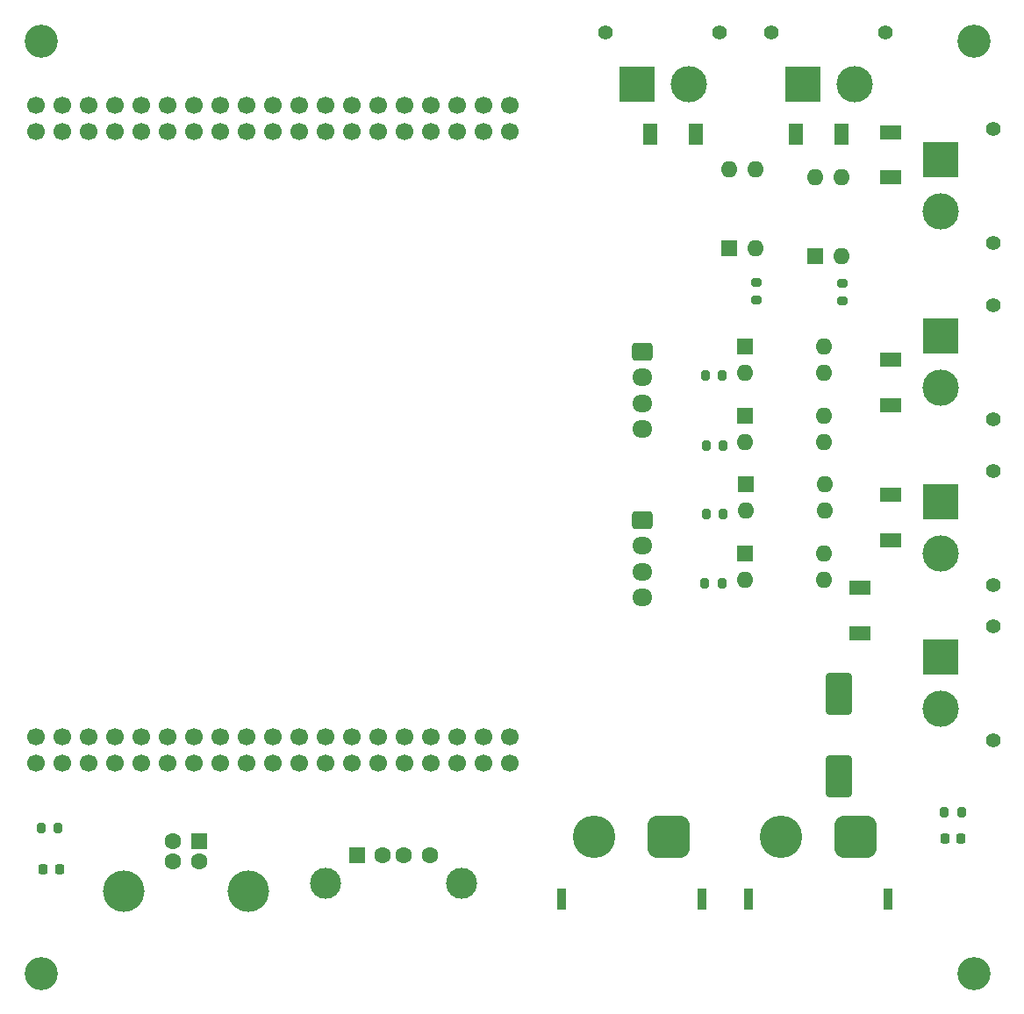
<source format=gbr>
%TF.GenerationSoftware,KiCad,Pcbnew,7.0.2*%
%TF.CreationDate,2024-05-02T17:55:26+09:00*%
%TF.ProjectId,DD_v6,44445f76-362e-46b6-9963-61645f706362,rev?*%
%TF.SameCoordinates,Original*%
%TF.FileFunction,Soldermask,Top*%
%TF.FilePolarity,Negative*%
%FSLAX46Y46*%
G04 Gerber Fmt 4.6, Leading zero omitted, Abs format (unit mm)*
G04 Created by KiCad (PCBNEW 7.0.2) date 2024-05-02 17:55:26*
%MOMM*%
%LPD*%
G01*
G04 APERTURE LIST*
G04 Aperture macros list*
%AMRoundRect*
0 Rectangle with rounded corners*
0 $1 Rounding radius*
0 $2 $3 $4 $5 $6 $7 $8 $9 X,Y pos of 4 corners*
0 Add a 4 corners polygon primitive as box body*
4,1,4,$2,$3,$4,$5,$6,$7,$8,$9,$2,$3,0*
0 Add four circle primitives for the rounded corners*
1,1,$1+$1,$2,$3*
1,1,$1+$1,$4,$5*
1,1,$1+$1,$6,$7*
1,1,$1+$1,$8,$9*
0 Add four rect primitives between the rounded corners*
20,1,$1+$1,$2,$3,$4,$5,0*
20,1,$1+$1,$4,$5,$6,$7,0*
20,1,$1+$1,$6,$7,$8,$9,0*
20,1,$1+$1,$8,$9,$2,$3,0*%
G04 Aperture macros list end*
%ADD10C,3.200000*%
%ADD11R,1.400000X2.000000*%
%ADD12RoundRect,0.200000X-0.275000X0.200000X-0.275000X-0.200000X0.275000X-0.200000X0.275000X0.200000X0*%
%ADD13C,1.400000*%
%ADD14R,3.500000X3.500000*%
%ADD15C,3.500000*%
%ADD16RoundRect,0.200000X0.200000X0.275000X-0.200000X0.275000X-0.200000X-0.275000X0.200000X-0.275000X0*%
%ADD17R,2.000000X1.400000*%
%ADD18R,1.600000X1.600000*%
%ADD19O,1.600000X1.600000*%
%ADD20RoundRect,0.250000X-1.000000X1.750000X-1.000000X-1.750000X1.000000X-1.750000X1.000000X1.750000X0*%
%ADD21C,1.600000*%
%ADD22C,4.000000*%
%ADD23RoundRect,0.218750X-0.218750X-0.256250X0.218750X-0.256250X0.218750X0.256250X-0.218750X0.256250X0*%
%ADD24RoundRect,0.200000X-0.200000X-0.275000X0.200000X-0.275000X0.200000X0.275000X-0.200000X0.275000X0*%
%ADD25R,1.600000X1.500000*%
%ADD26C,3.000000*%
%ADD27RoundRect,0.250000X-0.725000X0.600000X-0.725000X-0.600000X0.725000X-0.600000X0.725000X0.600000X0*%
%ADD28O,1.950000X1.700000*%
%ADD29R,0.900000X2.000000*%
%ADD30RoundRect,1.025000X1.025000X1.025000X-1.025000X1.025000X-1.025000X-1.025000X1.025000X-1.025000X0*%
%ADD31C,4.100000*%
%ADD32RoundRect,0.218750X0.218750X0.256250X-0.218750X0.256250X-0.218750X-0.256250X0.218750X-0.256250X0*%
%ADD33C,1.700000*%
G04 APERTURE END LIST*
D10*
%TO.C,REF\u002A\u002A*%
X192000000Y-162000000D03*
%TD*%
%TO.C,REF\u002A\u002A*%
X102000000Y-162000000D03*
%TD*%
%TO.C,REF\u002A\u002A*%
X102000000Y-72000000D03*
%TD*%
%TO.C,REF\u002A\u002A*%
X192000000Y-72000000D03*
%TD*%
D11*
%TO.C,D2*%
X179200000Y-81000000D03*
X174800000Y-81000000D03*
%TD*%
D12*
%TO.C,R5*%
X179359078Y-95413742D03*
X179359078Y-97063742D03*
%TD*%
D13*
%TO.C,J5*%
X172500000Y-71150000D03*
X183500000Y-71150000D03*
D14*
X175500000Y-76150000D03*
D15*
X180500000Y-76150000D03*
%TD*%
D16*
%TO.C,R2*%
X167842525Y-117652975D03*
X166192525Y-117652975D03*
%TD*%
D11*
%TO.C,D1*%
X165200000Y-81000000D03*
X160800000Y-81000000D03*
%TD*%
D16*
%TO.C,R1*%
X167711326Y-124344094D03*
X166061326Y-124344094D03*
%TD*%
D17*
%TO.C,D3*%
X184000000Y-80800000D03*
X184000000Y-85200000D03*
%TD*%
D13*
%TO.C,J1*%
X193850000Y-128500000D03*
X193850000Y-139500000D03*
D14*
X188850000Y-131500000D03*
D15*
X188850000Y-136500000D03*
%TD*%
D13*
%TO.C,J2*%
X193850000Y-113500000D03*
X193850000Y-124500000D03*
D14*
X188850000Y-116500000D03*
D15*
X188850000Y-121500000D03*
%TD*%
D18*
%TO.C,U2*%
X169983834Y-114795863D03*
D19*
X169983834Y-117335863D03*
X177603834Y-117335863D03*
X177603834Y-114795863D03*
%TD*%
D17*
%TO.C,D6*%
X181000000Y-129200000D03*
X181000000Y-124800000D03*
%TD*%
D20*
%TO.C,C1*%
X179000000Y-135000000D03*
X179000000Y-143000000D03*
%TD*%
D18*
%TO.C,U1*%
X169958671Y-121468879D03*
D19*
X169958671Y-124008879D03*
X177578671Y-124008879D03*
X177578671Y-121468879D03*
%TD*%
D17*
%TO.C,D5*%
X184000000Y-120200000D03*
X184000000Y-115800000D03*
%TD*%
D18*
%TO.C,U5*%
X176725000Y-92800000D03*
D19*
X179265000Y-92800000D03*
X179265000Y-85180000D03*
X176725000Y-85180000D03*
%TD*%
D18*
%TO.C,J10*%
X117250000Y-149212500D03*
D21*
X114750000Y-149212500D03*
X114750000Y-151212500D03*
X117250000Y-151212500D03*
D22*
X122000000Y-154072500D03*
X110000000Y-154072500D03*
%TD*%
D18*
%TO.C,U3*%
X169936236Y-108178012D03*
D19*
X169936236Y-110718012D03*
X177556236Y-110718012D03*
X177556236Y-108178012D03*
%TD*%
D23*
%TO.C,LED2*%
X102212500Y-152000000D03*
X103787500Y-152000000D03*
%TD*%
D17*
%TO.C,D4*%
X184000000Y-107200000D03*
X184000000Y-102800000D03*
%TD*%
D24*
%TO.C,R9*%
X189175000Y-146460000D03*
X190825000Y-146460000D03*
%TD*%
%TO.C,R10*%
X102000000Y-148000000D03*
X103650000Y-148000000D03*
%TD*%
D13*
%TO.C,J4*%
X193850000Y-80500000D03*
X193850000Y-91500000D03*
D14*
X188850000Y-83500000D03*
D15*
X188850000Y-88500000D03*
%TD*%
D25*
%TO.C,J9*%
X132500000Y-150640000D03*
D21*
X135000000Y-150640000D03*
X137000000Y-150640000D03*
X139500000Y-150640000D03*
D26*
X129430000Y-153350000D03*
X142570000Y-153350000D03*
%TD*%
D18*
%TO.C,U4*%
X169958671Y-101468879D03*
D19*
X169958671Y-104008879D03*
X177578671Y-104008879D03*
X177578671Y-101468879D03*
%TD*%
D27*
%TO.C,J12*%
X160000000Y-102000000D03*
D28*
X160000000Y-104500000D03*
X160000000Y-107000000D03*
X160000000Y-109500000D03*
%TD*%
D16*
%TO.C,R3*%
X167816285Y-111066815D03*
X166166285Y-111066815D03*
%TD*%
D29*
%TO.C,XT60OUT1*%
X165750000Y-154850000D03*
X152250000Y-154850000D03*
D30*
X162600000Y-148850000D03*
D31*
X155400000Y-148850000D03*
%TD*%
D18*
%TO.C,U6*%
X168403099Y-92000000D03*
D19*
X170943099Y-92000000D03*
X170943099Y-84380000D03*
X168403099Y-84380000D03*
%TD*%
D12*
%TO.C,R6*%
X171000000Y-95350000D03*
X171000000Y-97000000D03*
%TD*%
D32*
%TO.C,LED1*%
X190787500Y-149000000D03*
X189212500Y-149000000D03*
%TD*%
D27*
%TO.C,J13*%
X160000000Y-118250000D03*
D28*
X160000000Y-120750000D03*
X160000000Y-123250000D03*
X160000000Y-125750000D03*
%TD*%
D13*
%TO.C,J3*%
X193850000Y-97500000D03*
X193850000Y-108500000D03*
D14*
X188850000Y-100500000D03*
D15*
X188850000Y-105500000D03*
%TD*%
D33*
%TO.C,U10*%
X116740000Y-139210000D03*
X109120000Y-141750000D03*
X114200000Y-139210000D03*
X109120000Y-80790000D03*
X106580000Y-141750000D03*
X142140000Y-141750000D03*
X129440000Y-139210000D03*
X109120000Y-78250000D03*
X106580000Y-139210000D03*
X121820000Y-139210000D03*
X119280000Y-139210000D03*
X134520000Y-139210000D03*
X137060000Y-139210000D03*
X144680000Y-80790000D03*
X147220000Y-80790000D03*
X139600000Y-139210000D03*
X114200000Y-80790000D03*
X116740000Y-80790000D03*
X119280000Y-80790000D03*
X129440000Y-80790000D03*
X126900000Y-80790000D03*
X142140000Y-80790000D03*
X116740000Y-78250000D03*
X114200000Y-78250000D03*
X116740000Y-141750000D03*
X119280000Y-141750000D03*
X121820000Y-141750000D03*
X104040000Y-139210000D03*
X137060000Y-141750000D03*
X139600000Y-141750000D03*
X142140000Y-139210000D03*
X129440000Y-78250000D03*
X126900000Y-78250000D03*
X139600000Y-80790000D03*
X134520000Y-80790000D03*
X137060000Y-80790000D03*
X121820000Y-80790000D03*
X126900000Y-141750000D03*
X104040000Y-80790000D03*
X106580000Y-80790000D03*
X131980000Y-80790000D03*
X119280000Y-78250000D03*
X137060000Y-78250000D03*
X134520000Y-78250000D03*
X131980000Y-78250000D03*
X147220000Y-139210000D03*
X144680000Y-139210000D03*
X144680000Y-141750000D03*
X147220000Y-141750000D03*
X142140000Y-78250000D03*
X106580000Y-78250000D03*
X104040000Y-78250000D03*
X124360000Y-80790000D03*
X101500000Y-78250000D03*
X101500000Y-80790000D03*
X101500000Y-141750000D03*
X101500000Y-139210000D03*
X104040000Y-141750000D03*
X129440000Y-141750000D03*
X131980000Y-141750000D03*
X134520000Y-141750000D03*
X124360000Y-141750000D03*
X109120000Y-139210000D03*
X124360000Y-139210000D03*
X126900000Y-139210000D03*
X111660000Y-80790000D03*
X124360000Y-78250000D03*
X139600000Y-78250000D03*
X114200000Y-141750000D03*
X111660000Y-139210000D03*
X111660000Y-141750000D03*
X131980000Y-139210000D03*
X111660000Y-78250000D03*
X121820000Y-78250000D03*
X144680000Y-78250000D03*
X147220000Y-78250000D03*
%TD*%
D13*
%TO.C,J6*%
X156500000Y-71150000D03*
X167500000Y-71150000D03*
D14*
X159500000Y-76150000D03*
D15*
X164500000Y-76150000D03*
%TD*%
D29*
%TO.C,XT60IN1*%
X183750000Y-154850000D03*
X170250000Y-154850000D03*
D30*
X180600000Y-148850000D03*
D31*
X173400000Y-148850000D03*
%TD*%
D16*
%TO.C,R4*%
X167763806Y-104323217D03*
X166113806Y-104323217D03*
%TD*%
M02*

</source>
